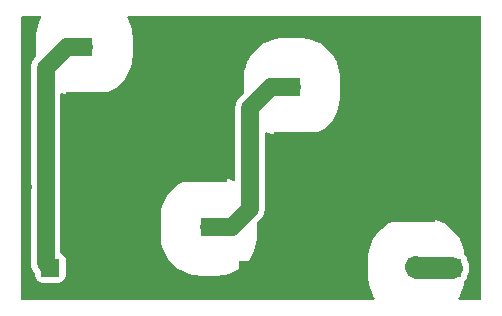
<source format=gtl>
G04 #@! TF.GenerationSoftware,KiCad,Pcbnew,8.0.3*
G04 #@! TF.CreationDate,2024-07-11T09:46:03+02:00*
G04 #@! TF.ProjectId,double_145MHz_BPF,646f7562-6c65-45f3-9134-354d487a5f42,rev?*
G04 #@! TF.SameCoordinates,Original*
G04 #@! TF.FileFunction,Copper,L1,Top*
G04 #@! TF.FilePolarity,Positive*
%FSLAX46Y46*%
G04 Gerber Fmt 4.6, Leading zero omitted, Abs format (unit mm)*
G04 Created by KiCad (PCBNEW 8.0.3) date 2024-07-11 09:46:03*
%MOMM*%
%LPD*%
G01*
G04 APERTURE LIST*
G04 Aperture macros list*
%AMRoundRect*
0 Rectangle with rounded corners*
0 $1 Rounding radius*
0 $2 $3 $4 $5 $6 $7 $8 $9 X,Y pos of 4 corners*
0 Add a 4 corners polygon primitive as box body*
4,1,4,$2,$3,$4,$5,$6,$7,$8,$9,$2,$3,0*
0 Add four circle primitives for the rounded corners*
1,1,$1+$1,$2,$3*
1,1,$1+$1,$4,$5*
1,1,$1+$1,$6,$7*
1,1,$1+$1,$8,$9*
0 Add four rect primitives between the rounded corners*
20,1,$1+$1,$2,$3,$4,$5,0*
20,1,$1+$1,$4,$5,$6,$7,0*
20,1,$1+$1,$6,$7,$8,$9,0*
20,1,$1+$1,$8,$9,$2,$3,0*%
G04 Aperture macros list end*
G04 #@! TA.AperFunction,SMDPad,CuDef*
%ADD10R,1.397000X1.524000*%
G04 #@! TD*
G04 #@! TA.AperFunction,ComponentPad*
%ADD11C,1.016000*%
G04 #@! TD*
G04 #@! TA.AperFunction,SMDPad,CuDef*
%ADD12R,5.664200X13.208000*%
G04 #@! TD*
G04 #@! TA.AperFunction,SMDPad,CuDef*
%ADD13R,2.387600X18.796000*%
G04 #@! TD*
G04 #@! TA.AperFunction,ComponentPad*
%ADD14RoundRect,0.250000X0.550000X-0.550000X0.550000X0.550000X-0.550000X0.550000X-0.550000X-0.550000X0*%
G04 #@! TD*
G04 #@! TA.AperFunction,ComponentPad*
%ADD15C,1.600000*%
G04 #@! TD*
G04 #@! TA.AperFunction,ComponentPad*
%ADD16RoundRect,0.250000X-0.550000X-0.550000X0.550000X-0.550000X0.550000X0.550000X-0.550000X0.550000X0*%
G04 #@! TD*
G04 #@! TA.AperFunction,ComponentPad*
%ADD17C,0.900000*%
G04 #@! TD*
G04 #@! TA.AperFunction,ViaPad*
%ADD18C,0.600000*%
G04 #@! TD*
G04 #@! TA.AperFunction,Conductor*
%ADD19C,1.500000*%
G04 #@! TD*
G04 #@! TA.AperFunction,Conductor*
%ADD20C,1.900000*%
G04 #@! TD*
G04 APERTURE END LIST*
D10*
X119000000Y-66760000D03*
X108459000Y-66760000D03*
D11*
X107379500Y-67522000D03*
X107379500Y-65998000D03*
X120079500Y-62442000D03*
X120079500Y-60918000D03*
D10*
X119000000Y-61680000D03*
X108459000Y-61680000D03*
D11*
X107379500Y-62442000D03*
X107379500Y-60918000D03*
X120079500Y-57362000D03*
X120079500Y-55838000D03*
D10*
X119000000Y-56600000D03*
X108459000Y-56600000D03*
D11*
X107379500Y-57362000D03*
X107379500Y-55838000D03*
X120079500Y-52282000D03*
X120079500Y-50758000D03*
D10*
X119000000Y-51520000D03*
D12*
X117755400Y-56346000D03*
D11*
X114364500Y-66760000D03*
X114364500Y-64220000D03*
X114364500Y-61680000D03*
X114364500Y-59140000D03*
X114364500Y-56600000D03*
X114364500Y-54060000D03*
X114364500Y-51520000D03*
D13*
X113729500Y-59140000D03*
D11*
X113094500Y-66760000D03*
X113094500Y-64220000D03*
X113094500Y-61680000D03*
X113094500Y-59140000D03*
X113094500Y-56600000D03*
X113094500Y-54060000D03*
X113094500Y-51520000D03*
D12*
X109703600Y-61934000D03*
D10*
X108459000Y-51520000D03*
X90879500Y-48078000D03*
X101420500Y-48078000D03*
D11*
X102500000Y-47316000D03*
X102500000Y-48840000D03*
X89800000Y-52396000D03*
X89800000Y-53920000D03*
D10*
X90879500Y-53158000D03*
X101420500Y-53158000D03*
D11*
X102500000Y-52396000D03*
X102500000Y-53920000D03*
X89800000Y-57476000D03*
X89800000Y-59000000D03*
D10*
X90879500Y-58238000D03*
X101420500Y-58238000D03*
D11*
X102500000Y-57476000D03*
X102500000Y-59000000D03*
X89800000Y-62556000D03*
X89800000Y-64080000D03*
D10*
X90879500Y-63318000D03*
D12*
X92124100Y-58492000D03*
D11*
X95515000Y-48078000D03*
X95515000Y-50618000D03*
X95515000Y-53158000D03*
X95515000Y-55698000D03*
X95515000Y-58238000D03*
X95515000Y-60778000D03*
X95515000Y-63318000D03*
D13*
X96150000Y-55698000D03*
D11*
X96785000Y-48078000D03*
X96785000Y-50618000D03*
X96785000Y-53158000D03*
X96785000Y-55698000D03*
X96785000Y-58238000D03*
X96785000Y-60778000D03*
X96785000Y-63318000D03*
D12*
X100175900Y-52904000D03*
D10*
X101420500Y-63318000D03*
D14*
X122000000Y-66800000D03*
D15*
X122000000Y-59800000D03*
D16*
X104700000Y-67000000D03*
D14*
X88000000Y-66800000D03*
D17*
X86000000Y-60000000D03*
D18*
X124000000Y-66000000D03*
X86000000Y-58000000D03*
X96000000Y-46000000D03*
X86000000Y-64000000D03*
X124000000Y-50000000D03*
X110000000Y-69000000D03*
X124000000Y-52000000D03*
X114000000Y-69000000D03*
X86000000Y-68000000D03*
X86000000Y-46000000D03*
X124000000Y-68000000D03*
X124000000Y-56000000D03*
X104000000Y-46000000D03*
X92000000Y-69000000D03*
X96000000Y-69000000D03*
X102000000Y-46000000D03*
X124000000Y-62000000D03*
X124000000Y-46000000D03*
X90000000Y-69100000D03*
X110000000Y-46000000D03*
X88000000Y-69000000D03*
X102000000Y-69000000D03*
X124000000Y-64000000D03*
X86000000Y-66000000D03*
X86000000Y-52000000D03*
X98000000Y-46000000D03*
X124000000Y-48000000D03*
X86000000Y-48000000D03*
X94000000Y-69000000D03*
X116000000Y-46000000D03*
X112000000Y-69000000D03*
X118000000Y-46000000D03*
X86000000Y-56000000D03*
X112000000Y-46000000D03*
X104000000Y-69000000D03*
X86000000Y-62000000D03*
X106000000Y-46000000D03*
X124000000Y-58000000D03*
X124000000Y-69000000D03*
X98000000Y-69000000D03*
X108000000Y-46000000D03*
X86000000Y-54000000D03*
X114000000Y-46000000D03*
X124000000Y-54000000D03*
X122000000Y-46000000D03*
X100000000Y-69000000D03*
X100000000Y-46000000D03*
X108000000Y-69000000D03*
X120000000Y-46000000D03*
X124000000Y-60000000D03*
X106000000Y-69000000D03*
X86000000Y-50000000D03*
X86000000Y-69000000D03*
D19*
X87600000Y-66400000D02*
X87600000Y-49900000D01*
X89422000Y-48078000D02*
X90879500Y-48078000D01*
X88000000Y-66800000D02*
X87600000Y-66400000D01*
X87600000Y-49900000D02*
X89422000Y-48078000D01*
D20*
X122000000Y-66800000D02*
X119040000Y-66800000D01*
X119040000Y-66800000D02*
X119000000Y-66760000D01*
D19*
X106680000Y-51520000D02*
X108459000Y-51520000D01*
X101420500Y-63318000D02*
X103382000Y-63318000D01*
X104900000Y-61800000D02*
X104900000Y-53300000D01*
X104900000Y-53300000D02*
X106680000Y-51520000D01*
X103382000Y-63318000D02*
X104900000Y-61800000D01*
G04 #@! TA.AperFunction,Conductor*
G36*
X87177125Y-45520185D02*
G01*
X87222880Y-45572989D01*
X87232824Y-45642147D01*
X87221174Y-45679595D01*
X87072727Y-45978909D01*
X87072726Y-45978912D01*
X87072724Y-45978917D01*
X86946381Y-46322819D01*
X86857961Y-46678365D01*
X86857960Y-46678369D01*
X86808500Y-47041377D01*
X86802300Y-47193929D01*
X86802300Y-48877864D01*
X86782615Y-48944903D01*
X86765981Y-48965545D01*
X86646174Y-49085351D01*
X86646174Y-49085352D01*
X86646172Y-49085354D01*
X86596485Y-49153741D01*
X86530476Y-49244594D01*
X86440669Y-49420851D01*
X86439608Y-49424612D01*
X86380291Y-49607169D01*
X86380291Y-49607172D01*
X86349500Y-49801577D01*
X86349500Y-66498422D01*
X86380290Y-66692826D01*
X86441117Y-66880030D01*
X86530476Y-67055405D01*
X86646172Y-67214646D01*
X86646174Y-67214648D01*
X86663181Y-67231655D01*
X86696666Y-67292978D01*
X86699500Y-67319335D01*
X86699500Y-67400000D01*
X86699501Y-67400019D01*
X86710000Y-67502796D01*
X86710001Y-67502799D01*
X86756814Y-67644070D01*
X86765186Y-67669334D01*
X86857288Y-67818656D01*
X86981344Y-67942712D01*
X87130666Y-68034814D01*
X87297203Y-68089999D01*
X87399991Y-68100500D01*
X88600008Y-68100499D01*
X88702797Y-68089999D01*
X88869334Y-68034814D01*
X89018656Y-67942712D01*
X89142712Y-67818656D01*
X89234814Y-67669334D01*
X89289999Y-67502797D01*
X89300500Y-67400009D01*
X89300499Y-66199992D01*
X89289999Y-66097203D01*
X89234814Y-65930666D01*
X89142712Y-65781344D01*
X89018656Y-65657288D01*
X88909402Y-65589900D01*
X88862679Y-65537953D01*
X88850500Y-65484362D01*
X88850500Y-62433929D01*
X97343300Y-62433929D01*
X97343300Y-64202070D01*
X97349500Y-64354622D01*
X97391233Y-64660917D01*
X97398961Y-64717635D01*
X97487381Y-65073181D01*
X97613724Y-65417083D01*
X97613726Y-65417087D01*
X97613727Y-65417090D01*
X97776505Y-65745302D01*
X97776511Y-65745312D01*
X97973823Y-66054005D01*
X97973829Y-66054014D01*
X98203356Y-66339557D01*
X98203365Y-66339568D01*
X98462432Y-66598635D01*
X98462442Y-66598643D01*
X98747985Y-66828170D01*
X98747994Y-66828176D01*
X98829113Y-66880026D01*
X99056691Y-67025491D01*
X99384917Y-67188276D01*
X99728819Y-67314619D01*
X100084365Y-67403039D01*
X100301836Y-67432669D01*
X100447377Y-67452499D01*
X100447379Y-67452499D01*
X100447386Y-67452500D01*
X100599922Y-67458700D01*
X100599930Y-67458700D01*
X102241070Y-67458700D01*
X102241078Y-67458700D01*
X102393614Y-67452500D01*
X102393621Y-67452499D01*
X102393622Y-67452499D01*
X102435977Y-67446728D01*
X102756635Y-67403039D01*
X103112181Y-67314619D01*
X103456083Y-67188276D01*
X103784309Y-67025491D01*
X104093010Y-66828173D01*
X104378568Y-66598635D01*
X104637635Y-66339568D01*
X104820434Y-66112154D01*
X104867170Y-66054014D01*
X104867176Y-66054005D01*
X105064491Y-65745309D01*
X105227276Y-65417083D01*
X105353619Y-65073181D01*
X105442039Y-64717635D01*
X105491500Y-64354614D01*
X105497700Y-64202078D01*
X105497700Y-63022136D01*
X105517385Y-62955097D01*
X105534019Y-62934455D01*
X105578750Y-62889724D01*
X105853828Y-62614646D01*
X105969524Y-62455405D01*
X106058884Y-62280026D01*
X106119709Y-62092826D01*
X106150500Y-61898422D01*
X106150500Y-55454832D01*
X106170185Y-55387793D01*
X106222989Y-55342038D01*
X106292147Y-55332094D01*
X106329593Y-55343743D01*
X106423417Y-55390276D01*
X106767319Y-55516619D01*
X107122865Y-55605039D01*
X107379390Y-55639990D01*
X107485877Y-55654499D01*
X107485879Y-55654499D01*
X107485886Y-55654500D01*
X107638422Y-55660700D01*
X107638430Y-55660700D01*
X109279570Y-55660700D01*
X109279578Y-55660700D01*
X109432114Y-55654500D01*
X109432121Y-55654499D01*
X109432122Y-55654499D01*
X109474477Y-55648728D01*
X109795135Y-55605039D01*
X110150681Y-55516619D01*
X110494583Y-55390276D01*
X110822809Y-55227491D01*
X111131510Y-55030173D01*
X111417068Y-54800635D01*
X111676135Y-54541568D01*
X111905673Y-54256010D01*
X112102991Y-53947309D01*
X112265776Y-53619083D01*
X112392119Y-53275181D01*
X112480539Y-52919635D01*
X112530000Y-52556614D01*
X112536200Y-52404078D01*
X112536200Y-50635922D01*
X112530000Y-50483386D01*
X112480539Y-50120365D01*
X112392119Y-49764819D01*
X112265776Y-49420917D01*
X112102991Y-49092691D01*
X111905673Y-48783990D01*
X111905670Y-48783985D01*
X111676143Y-48498442D01*
X111676135Y-48498432D01*
X111417068Y-48239365D01*
X111417057Y-48239356D01*
X111131514Y-48009829D01*
X111131505Y-48009823D01*
X110822812Y-47812511D01*
X110822802Y-47812505D01*
X110494590Y-47649727D01*
X110494587Y-47649726D01*
X110494583Y-47649724D01*
X110150681Y-47523381D01*
X109795135Y-47434961D01*
X109795131Y-47434960D01*
X109795130Y-47434960D01*
X109432122Y-47385500D01*
X109355846Y-47382400D01*
X109279578Y-47379300D01*
X107638422Y-47379300D01*
X107566640Y-47382217D01*
X107485877Y-47385500D01*
X107122869Y-47434960D01*
X107122866Y-47434960D01*
X107122865Y-47434961D01*
X106767319Y-47523381D01*
X106423412Y-47649726D01*
X106423409Y-47649727D01*
X106095197Y-47812505D01*
X106095187Y-47812511D01*
X105786494Y-48009823D01*
X105786485Y-48009829D01*
X105500942Y-48239356D01*
X105500926Y-48239370D01*
X105241870Y-48498426D01*
X105241856Y-48498442D01*
X105012329Y-48783985D01*
X105012323Y-48783994D01*
X104815011Y-49092687D01*
X104815005Y-49092697D01*
X104652227Y-49420909D01*
X104652226Y-49420912D01*
X104652224Y-49420917D01*
X104525881Y-49764819D01*
X104437461Y-50120365D01*
X104437460Y-50120369D01*
X104388000Y-50483377D01*
X104381800Y-50635929D01*
X104381800Y-51998364D01*
X104362115Y-52065403D01*
X104345481Y-52086045D01*
X103946174Y-52485351D01*
X103946174Y-52485352D01*
X103946172Y-52485354D01*
X103896485Y-52553741D01*
X103830476Y-52644594D01*
X103740669Y-52820851D01*
X103739608Y-52824612D01*
X103680291Y-53007169D01*
X103680291Y-53007172D01*
X103649500Y-53201577D01*
X103649500Y-59343738D01*
X103629815Y-59410777D01*
X103577011Y-59456532D01*
X103507853Y-59466476D01*
X103470410Y-59454828D01*
X103456100Y-59447731D01*
X103456087Y-59447726D01*
X103456083Y-59447724D01*
X103112181Y-59321381D01*
X102756635Y-59232961D01*
X102756631Y-59232960D01*
X102756630Y-59232960D01*
X102393622Y-59183500D01*
X102317346Y-59180400D01*
X102241078Y-59177300D01*
X100599922Y-59177300D01*
X100528140Y-59180217D01*
X100447377Y-59183500D01*
X100084369Y-59232960D01*
X100084366Y-59232960D01*
X100084365Y-59232961D01*
X99728819Y-59321381D01*
X99384912Y-59447726D01*
X99384909Y-59447727D01*
X99056697Y-59610505D01*
X99056687Y-59610511D01*
X98747994Y-59807823D01*
X98747985Y-59807829D01*
X98462442Y-60037356D01*
X98462426Y-60037370D01*
X98203370Y-60296426D01*
X98203356Y-60296442D01*
X97973829Y-60581985D01*
X97973823Y-60581994D01*
X97776511Y-60890687D01*
X97776505Y-60890697D01*
X97613727Y-61218909D01*
X97613726Y-61218912D01*
X97613724Y-61218917D01*
X97487381Y-61562819D01*
X97398961Y-61918365D01*
X97398960Y-61918369D01*
X97349500Y-62281377D01*
X97343300Y-62433929D01*
X88850500Y-62433929D01*
X88850500Y-52128352D01*
X88870185Y-52061313D01*
X88922989Y-52015558D01*
X88992147Y-52005614D01*
X89017252Y-52011955D01*
X89187819Y-52074619D01*
X89543365Y-52163039D01*
X89799890Y-52197990D01*
X89906377Y-52212499D01*
X89906379Y-52212499D01*
X89906386Y-52212500D01*
X90058922Y-52218700D01*
X90058930Y-52218700D01*
X91700070Y-52218700D01*
X91700078Y-52218700D01*
X91852614Y-52212500D01*
X91852621Y-52212499D01*
X91852622Y-52212499D01*
X91894977Y-52206728D01*
X92215635Y-52163039D01*
X92571181Y-52074619D01*
X92915083Y-51948276D01*
X93243309Y-51785491D01*
X93552010Y-51588173D01*
X93837568Y-51358635D01*
X94096635Y-51099568D01*
X94326173Y-50814010D01*
X94523491Y-50505309D01*
X94686276Y-50177083D01*
X94812619Y-49833181D01*
X94901039Y-49477635D01*
X94950500Y-49114614D01*
X94956700Y-48962078D01*
X94956700Y-47193922D01*
X94950500Y-47041386D01*
X94901039Y-46678365D01*
X94812619Y-46322819D01*
X94686276Y-45978917D01*
X94537825Y-45679594D01*
X94525674Y-45610790D01*
X94552650Y-45546338D01*
X94610190Y-45506702D01*
X94648914Y-45500500D01*
X124375500Y-45500500D01*
X124442539Y-45520185D01*
X124488294Y-45572989D01*
X124499500Y-45624500D01*
X124499500Y-69375500D01*
X124479815Y-69442539D01*
X124427011Y-69488294D01*
X124375500Y-69499500D01*
X122670868Y-69499500D01*
X122603829Y-69479815D01*
X122558074Y-69427011D01*
X122548130Y-69357853D01*
X122566388Y-69308718D01*
X122577757Y-69290931D01*
X122643991Y-69187309D01*
X122806776Y-68859083D01*
X122933119Y-68515181D01*
X123021539Y-68159635D01*
X123050570Y-67946551D01*
X123079125Y-67882786D01*
X123085738Y-67875628D01*
X123142712Y-67818656D01*
X123234814Y-67669334D01*
X123289999Y-67502797D01*
X123292699Y-67476363D01*
X123305573Y-67432669D01*
X123344228Y-67356805D01*
X123344228Y-67356804D01*
X123344231Y-67356799D01*
X123414784Y-67139660D01*
X123432867Y-67025488D01*
X123450500Y-66914162D01*
X123450500Y-66685837D01*
X123414784Y-66460339D01*
X123375539Y-66339557D01*
X123344231Y-66243201D01*
X123344229Y-66243198D01*
X123344229Y-66243196D01*
X123305571Y-66167327D01*
X123292698Y-66123630D01*
X123289999Y-66097203D01*
X123234814Y-65930666D01*
X123142712Y-65781344D01*
X123098373Y-65737005D01*
X123064888Y-65675682D01*
X123063191Y-65666079D01*
X123021539Y-65360365D01*
X122933119Y-65004819D01*
X122806776Y-64660917D01*
X122643991Y-64332691D01*
X122446673Y-64023990D01*
X122446670Y-64023985D01*
X122217143Y-63738442D01*
X122217135Y-63738432D01*
X121958068Y-63479365D01*
X121958057Y-63479356D01*
X121672514Y-63249829D01*
X121672505Y-63249823D01*
X121363812Y-63052511D01*
X121363802Y-63052505D01*
X121035590Y-62889727D01*
X121035587Y-62889726D01*
X121035583Y-62889724D01*
X120691681Y-62763381D01*
X120336135Y-62674961D01*
X120336131Y-62674960D01*
X120336130Y-62674960D01*
X119973122Y-62625500D01*
X119896846Y-62622400D01*
X119820578Y-62619300D01*
X118179422Y-62619300D01*
X118107640Y-62622217D01*
X118026877Y-62625500D01*
X117663869Y-62674960D01*
X117663866Y-62674960D01*
X117663865Y-62674961D01*
X117308319Y-62763381D01*
X116964412Y-62889726D01*
X116964409Y-62889727D01*
X116636197Y-63052505D01*
X116636187Y-63052511D01*
X116327494Y-63249823D01*
X116327485Y-63249829D01*
X116041942Y-63479356D01*
X116041926Y-63479370D01*
X115782870Y-63738426D01*
X115782856Y-63738442D01*
X115553329Y-64023985D01*
X115553323Y-64023994D01*
X115356011Y-64332687D01*
X115356005Y-64332697D01*
X115193227Y-64660909D01*
X115193226Y-64660912D01*
X115193224Y-64660917D01*
X115066881Y-65004819D01*
X114978461Y-65360365D01*
X114978460Y-65360369D01*
X114929000Y-65723377D01*
X114929000Y-65723386D01*
X114922800Y-65875922D01*
X114922800Y-67644078D01*
X114923827Y-67669334D01*
X114929000Y-67796622D01*
X114970404Y-68100500D01*
X114978461Y-68159635D01*
X115066881Y-68515181D01*
X115193224Y-68859083D01*
X115193226Y-68859087D01*
X115193227Y-68859090D01*
X115356005Y-69187302D01*
X115356011Y-69187312D01*
X115433612Y-69308718D01*
X115453132Y-69375805D01*
X115433282Y-69442796D01*
X115380366Y-69488421D01*
X115329132Y-69499500D01*
X85624500Y-69499500D01*
X85557461Y-69479815D01*
X85511706Y-69427011D01*
X85500500Y-69375500D01*
X85500500Y-45624500D01*
X85520185Y-45557461D01*
X85572989Y-45511706D01*
X85624500Y-45500500D01*
X87110086Y-45500500D01*
X87177125Y-45520185D01*
G37*
G04 #@! TD.AperFunction*
M02*

</source>
